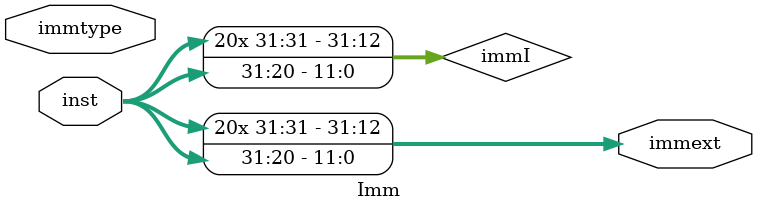
<source format=v>
module Imm (
    /* verilator lint_off UNUSED */
    input [31:0] inst,
    input [2:0] immtype,
    /* verilator lint_off UNUSED */
    output [31:0] immext
);
    wire [31:0] immI;
    assign immI={{20{inst[31]}},inst[31:20]};
    assign immext=immI;
    
endmodule

</source>
